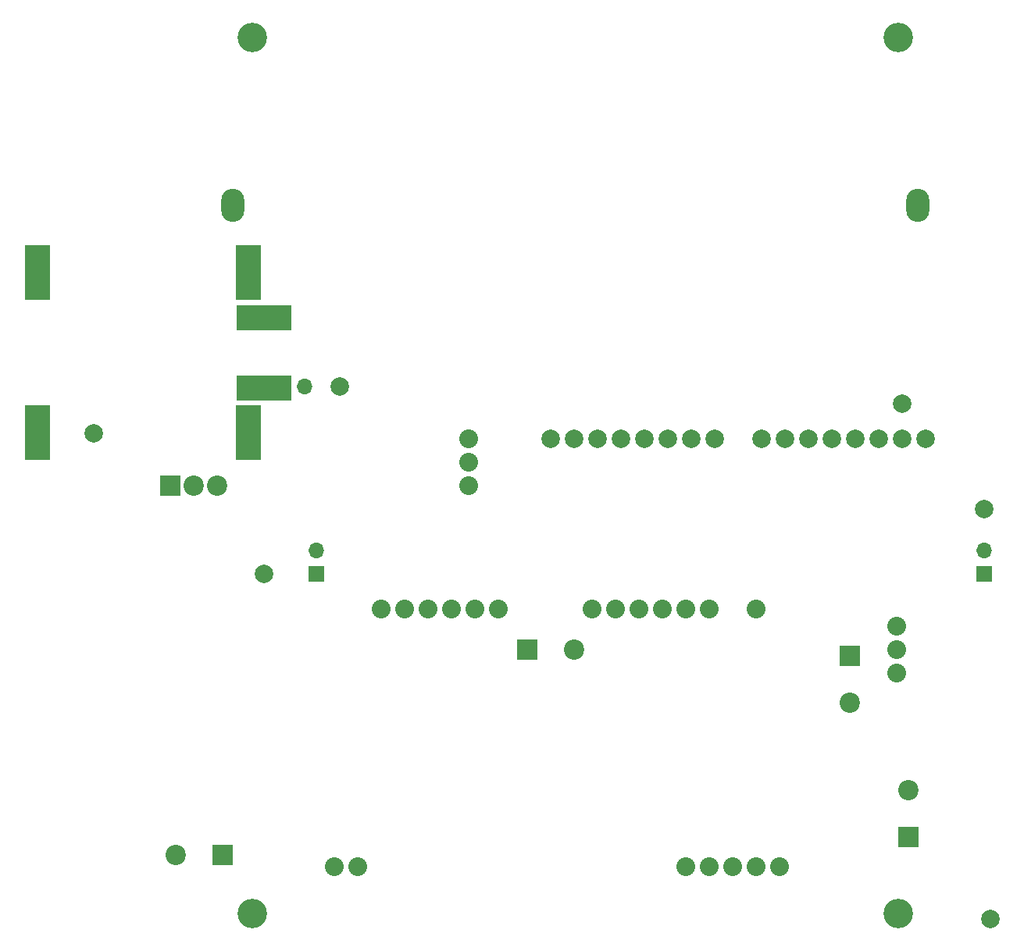
<source format=gbr>
G04 #@! TF.GenerationSoftware,KiCad,Pcbnew,5.1.5+dfsg1-2build2*
G04 #@! TF.CreationDate,2021-01-06T15:03:12+09:00*
G04 #@! TF.ProjectId,robot,726f626f-742e-46b6-9963-61645f706362,rev?*
G04 #@! TF.SameCoordinates,Original*
G04 #@! TF.FileFunction,Soldermask,Bot*
G04 #@! TF.FilePolarity,Negative*
%FSLAX46Y46*%
G04 Gerber Fmt 4.6, Leading zero omitted, Abs format (unit mm)*
G04 Created by KiCad (PCBNEW 5.1.5+dfsg1-2build2) date 2021-01-06 15:03:12*
%MOMM*%
%LPD*%
G04 APERTURE LIST*
%ADD10O,2.500000X3.600000*%
%ADD11R,2.200000X2.200000*%
%ADD12C,2.200000*%
%ADD13C,2.032000*%
%ADD14C,3.200000*%
%ADD15R,2.800000X6.000000*%
%ADD16R,6.000000X2.800000*%
%ADD17C,2.000000*%
%ADD18O,1.700000X1.700000*%
%ADD19R,1.700000X1.700000*%
G04 APERTURE END LIST*
D10*
X-2125000Y-18200000D03*
X72125000Y-18200000D03*
D11*
X71120000Y-86745000D03*
D12*
X71120000Y-81665000D03*
D11*
X-3175000Y-88650000D03*
D12*
X-8255000Y-88650000D03*
D11*
X29845000Y-66425000D03*
D12*
X34925000Y-66425000D03*
D11*
X64770000Y-67060000D03*
D12*
X64770000Y-72140000D03*
D11*
X-8890000Y-48645000D03*
D12*
X-6350000Y-48645000D03*
X-3810000Y-48645000D03*
D13*
X54610000Y-89920000D03*
X49530000Y-89920000D03*
X54610000Y-61980000D03*
X49530000Y-61980000D03*
X46990000Y-61980000D03*
X44450000Y-61980000D03*
X41910000Y-61980000D03*
X39370000Y-61980000D03*
X36830000Y-61980000D03*
X26670000Y-61980000D03*
X24130000Y-61980000D03*
X21590000Y-61980000D03*
X19050000Y-61980000D03*
X16510000Y-61980000D03*
X13970000Y-61980000D03*
X8890000Y-89920000D03*
X11430000Y-89920000D03*
X46990000Y-89920000D03*
X52070000Y-89920000D03*
X57150000Y-89920000D03*
X69850000Y-63885000D03*
X69850000Y-66425000D03*
X69850000Y-68965000D03*
X23495000Y-48645000D03*
X23495000Y-46105000D03*
X23495000Y-43565000D03*
D14*
X0Y-95000000D03*
X70000000Y-95000000D03*
X0Y0D03*
X70000000Y0D03*
D15*
X-23300000Y-42885000D03*
X-23300000Y-25515000D03*
X-440000Y-42885000D03*
X-440000Y-25515000D03*
D16*
X1260000Y-38010000D03*
X1260000Y-30390000D03*
D17*
X55245000Y-43565000D03*
X57785000Y-43565000D03*
X60325000Y-43565000D03*
X62865000Y-43565000D03*
X65405000Y-43565000D03*
X67945000Y-43565000D03*
X70485000Y-43565000D03*
X73025000Y-43565000D03*
X32385000Y-43565000D03*
X34925000Y-43565000D03*
X37465000Y-43565000D03*
X40005000Y-43565000D03*
X42545000Y-43565000D03*
X45085000Y-43565000D03*
X47625000Y-43565000D03*
X50165000Y-43565000D03*
X-17145000Y-42930000D03*
D18*
X79375000Y-55630000D03*
D19*
X79375000Y-58170000D03*
D17*
X70485000Y-39755000D03*
D19*
X3175000Y-37850000D03*
D18*
X5715000Y-37850000D03*
D19*
X6985000Y-58170000D03*
D18*
X6985000Y-55630000D03*
D17*
X79375000Y-51185000D03*
X1270000Y-58170000D03*
X80010000Y-95635000D03*
X9525000Y-37850000D03*
M02*

</source>
